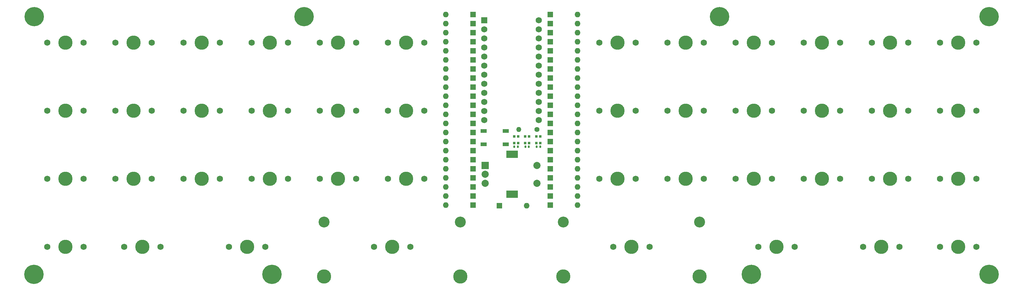
<source format=gbr>
%TF.GenerationSoftware,KiCad,Pcbnew,(6.0.7)*%
%TF.CreationDate,2022-10-09T17:02:24+02:00*%
%TF.ProjectId,skoosk,736b6f6f-736b-42e6-9b69-6361645f7063,rev?*%
%TF.SameCoordinates,Original*%
%TF.FileFunction,Soldermask,Top*%
%TF.FilePolarity,Negative*%
%FSLAX46Y46*%
G04 Gerber Fmt 4.6, Leading zero omitted, Abs format (unit mm)*
G04 Created by KiCad (PCBNEW (6.0.7)) date 2022-10-09 17:02:24*
%MOMM*%
%LPD*%
G01*
G04 APERTURE LIST*
G04 Aperture macros list*
%AMRoundRect*
0 Rectangle with rounded corners*
0 $1 Rounding radius*
0 $2 $3 $4 $5 $6 $7 $8 $9 X,Y pos of 4 corners*
0 Add a 4 corners polygon primitive as box body*
4,1,4,$2,$3,$4,$5,$6,$7,$8,$9,$2,$3,0*
0 Add four circle primitives for the rounded corners*
1,1,$1+$1,$2,$3*
1,1,$1+$1,$4,$5*
1,1,$1+$1,$6,$7*
1,1,$1+$1,$8,$9*
0 Add four rect primitives between the rounded corners*
20,1,$1+$1,$2,$3,$4,$5,0*
20,1,$1+$1,$4,$5,$6,$7,0*
20,1,$1+$1,$6,$7,$8,$9,0*
20,1,$1+$1,$8,$9,$2,$3,0*%
G04 Aperture macros list end*
%ADD10R,1.600000X1.600000*%
%ADD11O,1.600000X1.600000*%
%ADD12C,1.750000*%
%ADD13C,3.987800*%
%ADD14R,0.700000X0.700000*%
%ADD15R,1.752600X1.752600*%
%ADD16C,1.752600*%
%ADD17C,3.048000*%
%ADD18R,2.000000X2.000000*%
%ADD19C,2.000000*%
%ADD20R,3.200000X2.000000*%
%ADD21C,5.400000*%
%ADD22RoundRect,0.140000X-0.140000X-0.170000X0.140000X-0.170000X0.140000X0.170000X-0.140000X0.170000X0*%
%ADD23R,1.800000X1.100000*%
%ADD24C,1.400000*%
%ADD25O,1.400000X1.400000*%
G04 APERTURE END LIST*
D10*
%TO.C,D28*%
X128270000Y-51689000D03*
D11*
X120650000Y-51689000D03*
%TD*%
D12*
%TO.C,MX30*%
X114681000Y-59563000D03*
X104521000Y-59563000D03*
D13*
X109601000Y-59563000D03*
%TD*%
D14*
%TO.C,Drgb2*%
X143933000Y-47726000D03*
X142833000Y-47726000D03*
X142833000Y-49556000D03*
X143933000Y-49556000D03*
%TD*%
D15*
%TO.C,U1*%
X131445000Y-15194700D03*
D16*
X131445000Y-17734700D03*
X131445000Y-20274700D03*
X131445000Y-22814700D03*
X131445000Y-25354700D03*
X131445000Y-27894700D03*
X131445000Y-30434700D03*
X131445000Y-32974700D03*
X131445000Y-35514700D03*
X131445000Y-38054700D03*
X131445000Y-40594700D03*
X131445000Y-43134700D03*
X146685000Y-43134700D03*
X146685000Y-40594700D03*
X146685000Y-38054700D03*
X146685000Y-35514700D03*
X146685000Y-32974700D03*
X146685000Y-30434700D03*
X146685000Y-27894700D03*
X146685000Y-25354700D03*
X146685000Y-22814700D03*
X146685000Y-20274700D03*
X146685000Y-17734700D03*
X146685000Y-15194700D03*
%TD*%
D12*
%TO.C,MX16*%
X76581000Y-40513000D03*
D13*
X71501000Y-40513000D03*
D12*
X66421000Y-40513000D03*
%TD*%
D10*
%TO.C,D3*%
X128270000Y-18669000D03*
D11*
X120650000Y-18669000D03*
%TD*%
D13*
%TO.C,MX14*%
X33401000Y-40513000D03*
D12*
X28321000Y-40513000D03*
X38481000Y-40513000D03*
%TD*%
D13*
%TO.C,MX44*%
X263906000Y-78613000D03*
D12*
X268986000Y-78613000D03*
X258826000Y-78613000D03*
%TD*%
%TO.C,MX28*%
X76581000Y-59563000D03*
X66421000Y-59563000D03*
D13*
X71501000Y-59563000D03*
%TD*%
D10*
%TO.C,D14*%
X128270000Y-31369000D03*
D11*
X120650000Y-31369000D03*
%TD*%
D10*
%TO.C,D43*%
X149860000Y-61849000D03*
D11*
X157480000Y-61849000D03*
%TD*%
D13*
%TO.C,MX41*%
X191643000Y-86868000D03*
X172593000Y-78613000D03*
D12*
X177673000Y-78613000D03*
D13*
X153543000Y-86868000D03*
D17*
X191643000Y-71628000D03*
D12*
X167513000Y-78613000D03*
D17*
X153543000Y-71628000D03*
%TD*%
D10*
%TO.C,D2*%
X128270000Y-16129000D03*
D11*
X120650000Y-16129000D03*
%TD*%
D10*
%TO.C,D23*%
X149860000Y-31369000D03*
D11*
X157480000Y-31369000D03*
%TD*%
D12*
%TO.C,MX35*%
X239776000Y-59563000D03*
D13*
X244856000Y-59563000D03*
D12*
X249936000Y-59563000D03*
%TD*%
%TO.C,MX24*%
X258826000Y-40513000D03*
X268986000Y-40513000D03*
D13*
X263906000Y-40513000D03*
%TD*%
%TO.C,MX43*%
X242443000Y-78613000D03*
D12*
X237363000Y-78613000D03*
X247523000Y-78613000D03*
%TD*%
D18*
%TO.C,SW2*%
X131692000Y-55793000D03*
D19*
X131692000Y-60793000D03*
X131692000Y-58293000D03*
D20*
X139192000Y-52693000D03*
X139192000Y-63893000D03*
D19*
X146192000Y-60793000D03*
X146192000Y-55793000D03*
%TD*%
D21*
%TO.C,H1*%
X5588000Y-14147800D03*
%TD*%
D10*
%TO.C,D6*%
X128270000Y-26289000D03*
D11*
X120650000Y-26289000D03*
%TD*%
D13*
%TO.C,MX26*%
X33401000Y-59563000D03*
D12*
X28321000Y-59563000D03*
X38481000Y-59563000D03*
%TD*%
D21*
%TO.C,H2*%
X81026000Y-14147800D03*
%TD*%
D10*
%TO.C,D34*%
X149860000Y-49149000D03*
D11*
X157480000Y-49149000D03*
%TD*%
D22*
%TO.C,Crgb3*%
X146106000Y-50546000D03*
X147066000Y-50546000D03*
%TD*%
D12*
%TO.C,MX7*%
X173736000Y-21463000D03*
D13*
X168656000Y-21463000D03*
D12*
X163576000Y-21463000D03*
%TD*%
D22*
%TO.C,Crgb2*%
X142931000Y-50546000D03*
X143891000Y-50546000D03*
%TD*%
D23*
%TO.C,SW1*%
X137466000Y-49856000D03*
X131266000Y-46156000D03*
X137466000Y-46156000D03*
X131266000Y-49856000D03*
%TD*%
D13*
%TO.C,MX5*%
X90551000Y-21463000D03*
D12*
X95631000Y-21463000D03*
X85471000Y-21463000D03*
%TD*%
D10*
%TO.C,D5*%
X128270000Y-23749000D03*
D11*
X120650000Y-23749000D03*
%TD*%
D13*
%TO.C,MX15*%
X52451000Y-40513000D03*
D12*
X57531000Y-40513000D03*
X47371000Y-40513000D03*
%TD*%
D10*
%TO.C,D40*%
X128270000Y-66929000D03*
D11*
X120650000Y-66929000D03*
%TD*%
D10*
%TO.C,D4*%
X128270000Y-21209000D03*
D11*
X120650000Y-21209000D03*
%TD*%
D10*
%TO.C,D24*%
X149860000Y-28829000D03*
D11*
X157480000Y-28829000D03*
%TD*%
D12*
%TO.C,MX18*%
X104521000Y-40513000D03*
D13*
X109601000Y-40513000D03*
D12*
X114681000Y-40513000D03*
%TD*%
D21*
%TO.C,H7*%
X206095600Y-86283800D03*
%TD*%
D12*
%TO.C,MX21*%
X211836000Y-40513000D03*
X201676000Y-40513000D03*
D13*
X206756000Y-40513000D03*
%TD*%
D10*
%TO.C,D39*%
X128270000Y-64389000D03*
D11*
X120650000Y-64389000D03*
%TD*%
D13*
%TO.C,MX11*%
X244856000Y-21463000D03*
D12*
X249936000Y-21463000D03*
X239776000Y-21463000D03*
%TD*%
D10*
%TO.C,D27*%
X128270000Y-49149000D03*
D11*
X120650000Y-49149000D03*
%TD*%
D10*
%TO.C,D30*%
X128270000Y-56769000D03*
D11*
X120650000Y-56769000D03*
%TD*%
D10*
%TO.C,D22*%
X149860000Y-33909000D03*
D11*
X157480000Y-33909000D03*
%TD*%
D10*
%TO.C,D18*%
X128270000Y-41529000D03*
D11*
X120650000Y-41529000D03*
%TD*%
D12*
%TO.C,MX40*%
X110744000Y-78613000D03*
X100584000Y-78613000D03*
D13*
X105664000Y-78613000D03*
X86614000Y-86868000D03*
D17*
X86614000Y-71628000D03*
D13*
X124714000Y-86868000D03*
D17*
X124714000Y-71628000D03*
%TD*%
D10*
%TO.C,D21*%
X149860000Y-36449000D03*
D11*
X157480000Y-36449000D03*
%TD*%
D10*
%TO.C,D36*%
X149860000Y-44069000D03*
D11*
X157480000Y-44069000D03*
%TD*%
D13*
%TO.C,MX10*%
X225806000Y-21463000D03*
D12*
X220726000Y-21463000D03*
X230886000Y-21463000D03*
%TD*%
D10*
%TO.C,D31*%
X149860000Y-56769000D03*
D11*
X157480000Y-56769000D03*
%TD*%
D10*
%TO.C,D32*%
X149860000Y-54229000D03*
D11*
X157480000Y-54229000D03*
%TD*%
D13*
%TO.C,MX4*%
X71501000Y-21463000D03*
D12*
X76581000Y-21463000D03*
X66421000Y-21463000D03*
%TD*%
D21*
%TO.C,H3*%
X197205600Y-14147800D03*
%TD*%
D14*
%TO.C,Drgb3*%
X147108000Y-47726000D03*
X146008000Y-47726000D03*
X146008000Y-49556000D03*
X147108000Y-49556000D03*
%TD*%
D12*
%TO.C,MX32*%
X182626000Y-59563000D03*
D13*
X187706000Y-59563000D03*
D12*
X192786000Y-59563000D03*
%TD*%
%TO.C,MX22*%
X230886000Y-40513000D03*
D13*
X225806000Y-40513000D03*
D12*
X220726000Y-40513000D03*
%TD*%
D24*
%TO.C,Rrgb1*%
X146177000Y-45720000D03*
D25*
X141097000Y-45720000D03*
%TD*%
D10*
%TO.C,D35*%
X149860000Y-46609000D03*
D11*
X157480000Y-46609000D03*
%TD*%
D10*
%TO.C,D12*%
X149860000Y-13589000D03*
D11*
X157480000Y-13589000D03*
%TD*%
D21*
%TO.C,H8*%
X272567400Y-86258400D03*
%TD*%
D12*
%TO.C,MX27*%
X47371000Y-59563000D03*
X57531000Y-59563000D03*
D13*
X52451000Y-59563000D03*
%TD*%
D12*
%TO.C,MX36*%
X258826000Y-59537600D03*
X268986000Y-59537600D03*
D13*
X263906000Y-59537600D03*
%TD*%
D10*
%TO.C,D9*%
X149860000Y-21209000D03*
D11*
X157480000Y-21209000D03*
%TD*%
D13*
%TO.C,MX20*%
X187706000Y-40513000D03*
D12*
X182626000Y-40513000D03*
X192786000Y-40513000D03*
%TD*%
D10*
%TO.C,D15*%
X128270000Y-33909000D03*
D11*
X120650000Y-33909000D03*
%TD*%
D10*
%TO.C,D51*%
X135636000Y-67056000D03*
D11*
X143256000Y-67056000D03*
%TD*%
D10*
%TO.C,D7*%
X149860000Y-26289000D03*
D11*
X157480000Y-26289000D03*
%TD*%
D12*
%TO.C,MX25*%
X9271000Y-59563000D03*
X19431000Y-59563000D03*
D13*
X14351000Y-59563000D03*
%TD*%
D10*
%TO.C,D33*%
X149860000Y-51689000D03*
D11*
X157480000Y-51689000D03*
%TD*%
D10*
%TO.C,D17*%
X128270000Y-38989000D03*
D11*
X120650000Y-38989000D03*
%TD*%
D10*
%TO.C,D16*%
X128270000Y-36449000D03*
D11*
X120650000Y-36449000D03*
%TD*%
D12*
%TO.C,MX42*%
X218186000Y-78613000D03*
D13*
X213106000Y-78613000D03*
D12*
X208026000Y-78613000D03*
%TD*%
%TO.C,MX33*%
X201676000Y-59563000D03*
D13*
X206756000Y-59563000D03*
D12*
X211836000Y-59563000D03*
%TD*%
%TO.C,MX38*%
X40894000Y-78613000D03*
D13*
X35814000Y-78613000D03*
D12*
X30734000Y-78613000D03*
%TD*%
D13*
%TO.C,MX13*%
X14325600Y-40513000D03*
D12*
X9245600Y-40513000D03*
X19405600Y-40513000D03*
%TD*%
D10*
%TO.C,D42*%
X149860000Y-64389000D03*
D11*
X157480000Y-64389000D03*
%TD*%
D12*
%TO.C,MX6*%
X104521000Y-21463000D03*
D13*
X109601000Y-21463000D03*
D12*
X114681000Y-21463000D03*
%TD*%
%TO.C,MX3*%
X47371000Y-21463000D03*
X57531000Y-21463000D03*
D13*
X52451000Y-21463000D03*
%TD*%
D21*
%TO.C,H6*%
X72059800Y-86283800D03*
%TD*%
D12*
%TO.C,MX2*%
X38481000Y-21463000D03*
D13*
X33401000Y-21463000D03*
D12*
X28321000Y-21463000D03*
%TD*%
%TO.C,MX17*%
X85471000Y-40513000D03*
X95631000Y-40513000D03*
D13*
X90551000Y-40513000D03*
%TD*%
D10*
%TO.C,D11*%
X149860000Y-16129000D03*
D11*
X157480000Y-16129000D03*
%TD*%
D12*
%TO.C,MX1*%
X19405600Y-21463000D03*
X9245600Y-21463000D03*
D13*
X14325600Y-21463000D03*
%TD*%
D10*
%TO.C,D25*%
X128270000Y-44069000D03*
D11*
X120650000Y-44069000D03*
%TD*%
D13*
%TO.C,MX37*%
X14351000Y-78613000D03*
D12*
X9271000Y-78613000D03*
X19431000Y-78613000D03*
%TD*%
%TO.C,MX39*%
X60071000Y-78613000D03*
X70231000Y-78613000D03*
D13*
X65151000Y-78613000D03*
%TD*%
D10*
%TO.C,D19*%
X149860000Y-41529000D03*
D11*
X157480000Y-41529000D03*
%TD*%
D10*
%TO.C,D8*%
X149860000Y-23749000D03*
D11*
X157480000Y-23749000D03*
%TD*%
D21*
%TO.C,H4*%
X272592800Y-14173200D03*
%TD*%
D13*
%TO.C,MX23*%
X244856000Y-40513000D03*
D12*
X239776000Y-40513000D03*
X249936000Y-40513000D03*
%TD*%
D10*
%TO.C,D44*%
X149860000Y-59309000D03*
D11*
X157480000Y-59309000D03*
%TD*%
D12*
%TO.C,MX9*%
X201676000Y-21463000D03*
D13*
X206756000Y-21463000D03*
D12*
X211836000Y-21463000D03*
%TD*%
D10*
%TO.C,D20*%
X149860000Y-38989000D03*
D11*
X157480000Y-38989000D03*
%TD*%
D12*
%TO.C,MX34*%
X230886000Y-59563000D03*
X220726000Y-59563000D03*
D13*
X225806000Y-59563000D03*
%TD*%
D10*
%TO.C,D26*%
X128270000Y-46609000D03*
D11*
X120650000Y-46609000D03*
%TD*%
D14*
%TO.C,Drgb1*%
X140885000Y-47726000D03*
X139785000Y-47726000D03*
X139785000Y-49556000D03*
X140885000Y-49556000D03*
%TD*%
D22*
%TO.C,Crgb1*%
X139855000Y-50546000D03*
X140815000Y-50546000D03*
%TD*%
D10*
%TO.C,D1*%
X128270000Y-13589000D03*
D11*
X120650000Y-13589000D03*
%TD*%
D10*
%TO.C,D13*%
X128270000Y-28829000D03*
D11*
X120650000Y-28829000D03*
%TD*%
D12*
%TO.C,MX19*%
X173736000Y-40513000D03*
D13*
X168656000Y-40513000D03*
D12*
X163576000Y-40513000D03*
%TD*%
D10*
%TO.C,D29*%
X128270000Y-54229000D03*
D11*
X120650000Y-54229000D03*
%TD*%
D12*
%TO.C,MX12*%
X268986000Y-21463000D03*
X258826000Y-21463000D03*
D13*
X263906000Y-21463000D03*
%TD*%
D10*
%TO.C,D10*%
X149860000Y-18669000D03*
D11*
X157480000Y-18669000D03*
%TD*%
D10*
%TO.C,D41*%
X149860000Y-66929000D03*
D11*
X157480000Y-66929000D03*
%TD*%
D12*
%TO.C,MX31*%
X163576000Y-59563000D03*
X173736000Y-59563000D03*
D13*
X168656000Y-59563000D03*
%TD*%
D10*
%TO.C,D37*%
X128270000Y-59309000D03*
D11*
X120650000Y-59309000D03*
%TD*%
D12*
%TO.C,MX29*%
X95631000Y-59563000D03*
X85471000Y-59563000D03*
D13*
X90551000Y-59563000D03*
%TD*%
%TO.C,MX8*%
X187706000Y-21463000D03*
D12*
X182626000Y-21463000D03*
X192786000Y-21463000D03*
%TD*%
D21*
%TO.C,H5*%
X5562600Y-86309200D03*
%TD*%
D10*
%TO.C,D38*%
X128270000Y-61849000D03*
D11*
X120650000Y-61849000D03*
%TD*%
M02*

</source>
